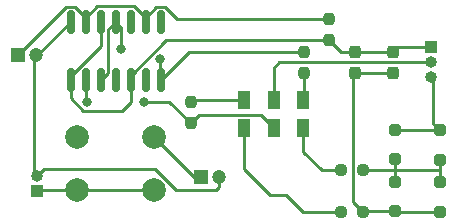
<source format=gbr>
%TF.GenerationSoftware,KiCad,Pcbnew,7.0.2-6a45011f42~172~ubuntu22.04.1*%
%TF.CreationDate,2023-05-13T15:44:35+12:00*%
%TF.ProjectId,KA1119,4b413131-3139-42e6-9b69-6361645f7063,rev?*%
%TF.SameCoordinates,Original*%
%TF.FileFunction,Copper,L1,Top*%
%TF.FilePolarity,Positive*%
%FSLAX46Y46*%
G04 Gerber Fmt 4.6, Leading zero omitted, Abs format (unit mm)*
G04 Created by KiCad (PCBNEW 7.0.2-6a45011f42~172~ubuntu22.04.1) date 2023-05-13 15:44:35*
%MOMM*%
%LPD*%
G01*
G04 APERTURE LIST*
G04 Aperture macros list*
%AMRoundRect*
0 Rectangle with rounded corners*
0 $1 Rounding radius*
0 $2 $3 $4 $5 $6 $7 $8 $9 X,Y pos of 4 corners*
0 Add a 4 corners polygon primitive as box body*
4,1,4,$2,$3,$4,$5,$6,$7,$8,$9,$2,$3,0*
0 Add four circle primitives for the rounded corners*
1,1,$1+$1,$2,$3*
1,1,$1+$1,$4,$5*
1,1,$1+$1,$6,$7*
1,1,$1+$1,$8,$9*
0 Add four rect primitives between the rounded corners*
20,1,$1+$1,$2,$3,$4,$5,0*
20,1,$1+$1,$4,$5,$6,$7,0*
20,1,$1+$1,$6,$7,$8,$9,0*
20,1,$1+$1,$8,$9,$2,$3,0*%
G04 Aperture macros list end*
%TA.AperFunction,SMDPad,CuDef*%
%ADD10R,1.000000X1.600000*%
%TD*%
%TA.AperFunction,ComponentPad*%
%ADD11C,2.000000*%
%TD*%
%TA.AperFunction,ComponentPad*%
%ADD12R,1.200000X1.200000*%
%TD*%
%TA.AperFunction,ComponentPad*%
%ADD13C,1.200000*%
%TD*%
%TA.AperFunction,ComponentPad*%
%ADD14R,1.000000X1.000000*%
%TD*%
%TA.AperFunction,ComponentPad*%
%ADD15O,1.000000X1.000000*%
%TD*%
%TA.AperFunction,SMDPad,CuDef*%
%ADD16RoundRect,0.150000X-0.150000X0.825000X-0.150000X-0.825000X0.150000X-0.825000X0.150000X0.825000X0*%
%TD*%
%TA.AperFunction,SMDPad,CuDef*%
%ADD17RoundRect,0.237500X-0.250000X-0.237500X0.250000X-0.237500X0.250000X0.237500X-0.250000X0.237500X0*%
%TD*%
%TA.AperFunction,SMDPad,CuDef*%
%ADD18RoundRect,0.237500X-0.237500X0.250000X-0.237500X-0.250000X0.237500X-0.250000X0.237500X0.250000X0*%
%TD*%
%TA.AperFunction,SMDPad,CuDef*%
%ADD19RoundRect,0.237500X0.237500X-0.250000X0.237500X0.250000X-0.237500X0.250000X-0.237500X-0.250000X0*%
%TD*%
%TA.AperFunction,SMDPad,CuDef*%
%ADD20RoundRect,0.250000X-0.250000X0.250000X-0.250000X-0.250000X0.250000X-0.250000X0.250000X0.250000X0*%
%TD*%
%TA.AperFunction,SMDPad,CuDef*%
%ADD21RoundRect,0.250000X0.250000X-0.250000X0.250000X0.250000X-0.250000X0.250000X-0.250000X-0.250000X0*%
%TD*%
%TA.AperFunction,SMDPad,CuDef*%
%ADD22RoundRect,0.237500X0.237500X-0.287500X0.237500X0.287500X-0.237500X0.287500X-0.237500X-0.287500X0*%
%TD*%
%TA.AperFunction,SMDPad,CuDef*%
%ADD23RoundRect,0.237500X-0.237500X0.287500X-0.237500X-0.287500X0.237500X-0.287500X0.237500X0.287500X0*%
%TD*%
%TA.AperFunction,ViaPad*%
%ADD24C,0.800000*%
%TD*%
%TA.AperFunction,Conductor*%
%ADD25C,0.250000*%
%TD*%
G04 APERTURE END LIST*
D10*
%TO.P,SW2,1,A*%
%TO.N,Net-(SW2A-A)*%
X186810000Y-95210000D03*
%TO.P,SW2,2,B*%
%TO.N,Net-(SW2A-B)*%
X184310000Y-95210000D03*
%TO.P,SW2,3,C*%
%TO.N,Net-(SW2A-C)*%
X181810000Y-95210000D03*
%TO.P,SW2,4,A*%
%TO.N,Net-(SW2B-A)*%
X186810000Y-92810000D03*
%TO.P,SW2,5,B*%
%TO.N,Net-(J1-Pin_2)*%
X184310000Y-92810000D03*
%TO.P,SW2,6,C*%
%TO.N,Net-(SW2B-C)*%
X181810000Y-92810000D03*
%TD*%
D11*
%TO.P,SW1,1,1*%
%TO.N,Net-(BT1-+)*%
X167640000Y-100400000D03*
X174140000Y-100400000D03*
%TO.P,SW1,2,2*%
%TO.N,Net-(U3A-R)*%
X167640000Y-95900000D03*
X174140000Y-95900000D03*
%TD*%
D12*
%TO.P,C2,1*%
%TO.N,Net-(U3A-THR)*%
X162640000Y-88990000D03*
D13*
%TO.P,C2,2*%
%TO.N,Net-(BT1--)*%
X164140000Y-88990000D03*
%TD*%
D12*
%TO.P,C1,1*%
%TO.N,Net-(U3A-R)*%
X178120000Y-99320000D03*
D13*
%TO.P,C1,2*%
%TO.N,Net-(BT1--)*%
X179620000Y-99320000D03*
%TD*%
D14*
%TO.P,9v,1,+*%
%TO.N,Net-(BT1-+)*%
X164270000Y-100470000D03*
D15*
%TO.P,9v,2,-*%
%TO.N,Net-(BT1--)*%
X164270000Y-99200000D03*
%TD*%
D16*
%TO.P,U3,1,DIS*%
%TO.N,unconnected-(U3A-DIS-Pad1)*%
X174710000Y-86200000D03*
%TO.P,U3,2,THR*%
%TO.N,Net-(U3A-THR)*%
X173440000Y-86200000D03*
%TO.P,U3,3,CV*%
%TO.N,unconnected-(U3A-CV-Pad3)*%
X172170000Y-86200000D03*
%TO.P,U3,4,R*%
%TO.N,Net-(U3A-R)*%
X170900000Y-86200000D03*
%TO.P,U3,5,Q*%
%TO.N,Net-(D1-K)*%
X169630000Y-86200000D03*
%TO.P,U3,6,TR*%
%TO.N,Net-(U3A-THR)*%
X168360000Y-86200000D03*
%TO.P,U3,7,GND*%
%TO.N,Net-(BT1--)*%
X167090000Y-86200000D03*
%TO.P,U3,8,TR*%
%TO.N,Net-(D1-K)*%
X167090000Y-91150000D03*
%TO.P,U3,9,Q*%
%TO.N,Net-(SW2A-B)*%
X168360000Y-91150000D03*
%TO.P,U3,10,R*%
%TO.N,Net-(U3A-R)*%
X169630000Y-91150000D03*
%TO.P,U3,11,CV*%
%TO.N,unconnected-(U3B-CV-Pad11)*%
X170900000Y-91150000D03*
%TO.P,U3,12,THR*%
%TO.N,Net-(D1-K)*%
X172170000Y-91150000D03*
%TO.P,U3,13,DIS*%
%TO.N,unconnected-(U3B-DIS-Pad13)*%
X173440000Y-91150000D03*
%TO.P,U3,14,VCC*%
%TO.N,Net-(U3A-R)*%
X174710000Y-91150000D03*
%TD*%
D17*
%TO.P,R5,1*%
%TO.N,Net-(SW2A-A)*%
X190027500Y-98770000D03*
%TO.P,R5,2*%
%TO.N,Net-(D3-K)*%
X191852500Y-98770000D03*
%TD*%
%TO.P,R4,1*%
%TO.N,Net-(SW2A-C)*%
X190027500Y-102290000D03*
%TO.P,R4,2*%
%TO.N,Net-(D1-A)*%
X191852500Y-102290000D03*
%TD*%
D18*
%TO.P,R3,1*%
%TO.N,Net-(U3A-R)*%
X186820000Y-88707500D03*
%TO.P,R3,2*%
%TO.N,Net-(SW2B-A)*%
X186820000Y-90532500D03*
%TD*%
%TO.P,R2,1*%
%TO.N,Net-(SW2B-C)*%
X177250000Y-92967500D03*
%TO.P,R2,2*%
%TO.N,Net-(SW2A-B)*%
X177250000Y-94792500D03*
%TD*%
D19*
%TO.P,R1,1*%
%TO.N,Net-(D1-K)*%
X188960000Y-87752500D03*
%TO.P,R1,2*%
%TO.N,Net-(U3A-THR)*%
X188960000Y-85927500D03*
%TD*%
D15*
%TO.P,J1,3,Pin_3*%
%TO.N,Net-(D3-A)*%
X197600000Y-90900000D03*
%TO.P,J1,2,Pin_2*%
%TO.N,Net-(J1-Pin_2)*%
X197600000Y-89630000D03*
D14*
%TO.P,J1,1,Pin_1*%
%TO.N,Net-(D1-K)*%
X197600000Y-88360000D03*
%TD*%
D20*
%TO.P,D6,1,K*%
%TO.N,Net-(D3-K)*%
X198340000Y-99770000D03*
%TO.P,D6,2,A*%
%TO.N,Net-(D1-A)*%
X198340000Y-102270000D03*
%TD*%
D21*
%TO.P,D5,1,K*%
%TO.N,Net-(D1-A)*%
X194540000Y-102225000D03*
%TO.P,D5,2,A*%
%TO.N,Net-(D3-K)*%
X194540000Y-99725000D03*
%TD*%
D20*
%TO.P,D4,1,K*%
%TO.N,Net-(D3-A)*%
X198340000Y-95352500D03*
%TO.P,D4,2,A*%
%TO.N,Net-(D3-K)*%
X198340000Y-97852500D03*
%TD*%
D21*
%TO.P,D3,1,K*%
%TO.N,Net-(D3-K)*%
X194540000Y-97807500D03*
%TO.P,D3,2,A*%
%TO.N,Net-(D3-A)*%
X194540000Y-95307500D03*
%TD*%
D22*
%TO.P,D2,1,K*%
%TO.N,Net-(D1-A)*%
X194400000Y-90510000D03*
%TO.P,D2,2,A*%
%TO.N,Net-(D1-K)*%
X194400000Y-88760000D03*
%TD*%
D23*
%TO.P,D1,1,K*%
%TO.N,Net-(D1-K)*%
X191150000Y-88760000D03*
%TO.P,D1,2,A*%
%TO.N,Net-(D1-A)*%
X191150000Y-90510000D03*
%TD*%
D24*
%TO.N,Net-(SW2A-B)*%
X173330000Y-92970000D03*
X168510000Y-92940000D03*
%TO.N,Net-(U3A-R)*%
X171370000Y-88470000D03*
X174690000Y-89340000D03*
%TD*%
D25*
%TO.N,Net-(BT1-+)*%
X174140000Y-100400000D02*
X167640000Y-100400000D01*
%TO.N,Net-(D1-A)*%
X198340000Y-102270000D02*
X194585000Y-102270000D01*
X194585000Y-102270000D02*
X194540000Y-102225000D01*
%TO.N,Net-(D3-A)*%
X198340000Y-95352500D02*
X197820000Y-94832500D01*
X197820000Y-94832500D02*
X197820000Y-91120000D01*
X197820000Y-91120000D02*
X197600000Y-90900000D01*
%TO.N,Net-(J1-Pin_2)*%
X184310000Y-92810000D02*
X184310000Y-90090000D01*
X184310000Y-90090000D02*
X184770000Y-89630000D01*
X184770000Y-89630000D02*
X197600000Y-89630000D01*
%TO.N,Net-(D1-K)*%
X194800000Y-88360000D02*
X197600000Y-88360000D01*
X194400000Y-88760000D02*
X194800000Y-88360000D01*
%TO.N,Net-(BT1--)*%
X167090000Y-86200000D02*
X164000000Y-89290000D01*
X164000000Y-89290000D02*
X164000000Y-98930000D01*
X164000000Y-98930000D02*
X164270000Y-99200000D01*
%TO.N,Net-(BT1-+)*%
X167640000Y-100400000D02*
X164340000Y-100400000D01*
X164340000Y-100400000D02*
X164270000Y-100470000D01*
%TO.N,Net-(BT1--)*%
X179620000Y-99320000D02*
X179620000Y-100168528D01*
X179620000Y-100168528D02*
X179388528Y-100400000D01*
X179388528Y-100400000D02*
X176013833Y-100400000D01*
X176013833Y-100400000D02*
X174243834Y-98630001D01*
X174243834Y-98630001D02*
X164839999Y-98630001D01*
X164839999Y-98630001D02*
X164270000Y-99200000D01*
%TO.N,Net-(SW2A-B)*%
X175427500Y-92970000D02*
X177250000Y-94792500D01*
X173330000Y-92970000D02*
X175427500Y-92970000D01*
X168360000Y-91150000D02*
X168360000Y-92790000D01*
X168360000Y-92790000D02*
X168510000Y-92940000D01*
%TO.N,Net-(D1-K)*%
X172170000Y-91150000D02*
X172170000Y-92980000D01*
X172170000Y-92980000D02*
X171440000Y-93710000D01*
X167090000Y-92680000D02*
X167090000Y-91150000D01*
X171440000Y-93710000D02*
X168120000Y-93710000D01*
X168120000Y-93710000D02*
X167090000Y-92680000D01*
%TO.N,Net-(U3A-R)*%
X174140000Y-95900000D02*
X177560000Y-99320000D01*
X177560000Y-99320000D02*
X178120000Y-99320000D01*
%TO.N,Net-(U3A-THR)*%
X168360000Y-86200000D02*
X168360000Y-85823249D01*
X168360000Y-85823249D02*
X167436751Y-84900000D01*
X167436751Y-84900000D02*
X166730000Y-84900000D01*
X166730000Y-84900000D02*
X162640000Y-88990000D01*
%TO.N,Net-(U3A-R)*%
X174690000Y-89340000D02*
X174690000Y-91130000D01*
X174690000Y-91130000D02*
X174710000Y-91150000D01*
X171370000Y-88470000D02*
X171370000Y-86670000D01*
X171370000Y-86670000D02*
X170900000Y-86200000D01*
X186820000Y-88707500D02*
X177152500Y-88707500D01*
X177152500Y-88707500D02*
X174710000Y-91150000D01*
%TO.N,Net-(D1-K)*%
X188960000Y-87752500D02*
X175190749Y-87752500D01*
X175190749Y-87752500D02*
X172170000Y-90773249D01*
X172170000Y-90773249D02*
X172170000Y-91150000D01*
%TO.N,Net-(U3A-R)*%
X170900000Y-86200000D02*
X170275000Y-86825000D01*
X170275000Y-86825000D02*
X170275000Y-90505000D01*
X170275000Y-90505000D02*
X169630000Y-91150000D01*
%TO.N,Net-(D1-K)*%
X169630000Y-86200000D02*
X169630000Y-88233249D01*
X167090000Y-90773249D02*
X167090000Y-91150000D01*
X169630000Y-88233249D02*
X167090000Y-90773249D01*
%TO.N,Net-(U3A-THR)*%
X173440000Y-86200000D02*
X173440000Y-85823249D01*
X173440000Y-85823249D02*
X172496751Y-84880000D01*
X172496751Y-84880000D02*
X169303249Y-84880000D01*
X169303249Y-84880000D02*
X168360000Y-85823249D01*
X188960000Y-85927500D02*
X176084251Y-85927500D01*
X176084251Y-85927500D02*
X175056751Y-84900000D01*
X175056751Y-84900000D02*
X174363249Y-84900000D01*
X174363249Y-84900000D02*
X173440000Y-85823249D01*
%TO.N,Net-(D1-K)*%
X188960000Y-87752500D02*
X189967500Y-88760000D01*
X189967500Y-88760000D02*
X191150000Y-88760000D01*
%TO.N,Net-(D1-A)*%
X191150000Y-90510000D02*
X191040000Y-90620000D01*
X191040000Y-90620000D02*
X191040000Y-101477500D01*
X191040000Y-101477500D02*
X191852500Y-102290000D01*
X191150000Y-90510000D02*
X194400000Y-90510000D01*
%TO.N,Net-(D3-A)*%
X194540000Y-95307500D02*
X198295000Y-95307500D01*
X198295000Y-95307500D02*
X198340000Y-95352500D01*
%TO.N,Net-(D1-K)*%
X191150000Y-88760000D02*
X194400000Y-88760000D01*
%TO.N,Net-(SW2B-A)*%
X186820000Y-90532500D02*
X186820000Y-92800000D01*
X186820000Y-92800000D02*
X186810000Y-92810000D01*
%TO.N,Net-(SW2A-B)*%
X184310000Y-95210000D02*
X183185000Y-94085000D01*
X183185000Y-94085000D02*
X177957500Y-94085000D01*
X177957500Y-94085000D02*
X177250000Y-94792500D01*
%TO.N,Net-(SW2B-C)*%
X181810000Y-92810000D02*
X177407500Y-92810000D01*
X177407500Y-92810000D02*
X177250000Y-92967500D01*
%TO.N,Net-(SW2A-C)*%
X190027500Y-102290000D02*
X186810000Y-102290000D01*
X186810000Y-102290000D02*
X185370000Y-100850000D01*
X185370000Y-100850000D02*
X183990000Y-100850000D01*
X183990000Y-100850000D02*
X181810000Y-98670000D01*
X181810000Y-98670000D02*
X181810000Y-95210000D01*
%TO.N,Net-(D1-A)*%
X194540000Y-102225000D02*
X191917500Y-102225000D01*
X191917500Y-102225000D02*
X191852500Y-102290000D01*
%TO.N,Net-(SW2A-A)*%
X190027500Y-98770000D02*
X188370000Y-98770000D01*
X186810000Y-97210000D02*
X186810000Y-95210000D01*
X188370000Y-98770000D02*
X186810000Y-97210000D01*
%TO.N,Net-(D3-K)*%
X194540000Y-98770000D02*
X191852500Y-98770000D01*
X194540000Y-98770000D02*
X194540000Y-99725000D01*
X194540000Y-97807500D02*
X194540000Y-98770000D01*
X198340000Y-97852500D02*
X198340000Y-98760000D01*
X194540000Y-98770000D02*
X198330000Y-98770000D01*
X198340000Y-98760000D02*
X198340000Y-99770000D01*
X198330000Y-98770000D02*
X198340000Y-98760000D01*
%TD*%
M02*

</source>
